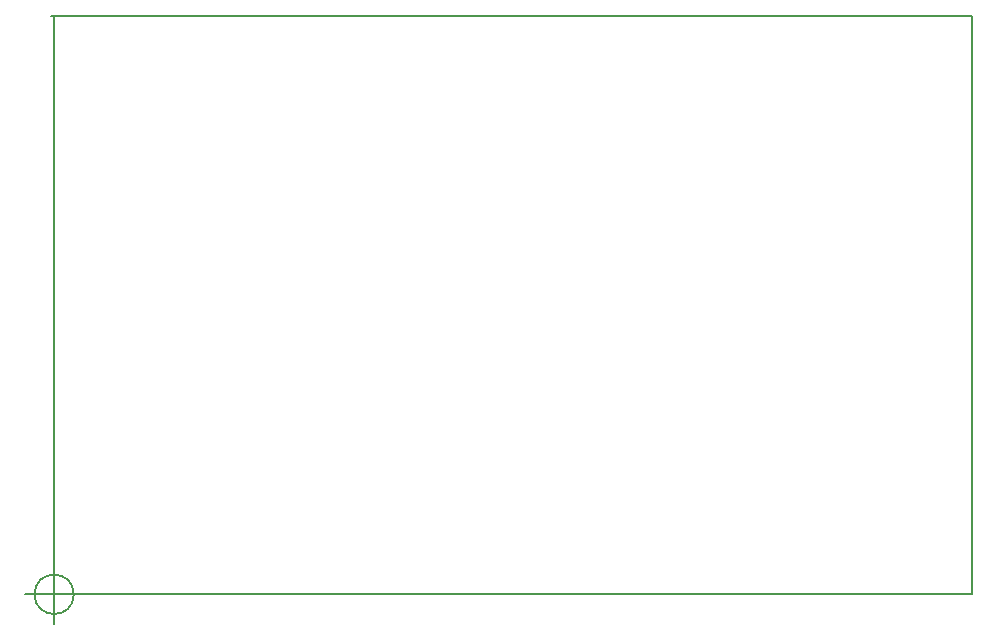
<source format=gbr>
G04 #@! TF.GenerationSoftware,KiCad,Pcbnew,(2017-06-12 revision 8590a2299)-makepkg*
G04 #@! TF.CreationDate,2017-08-12T17:51:50+02:00*
G04 #@! TF.ProjectId,Small psu,536D616C6C207073752E6B696361645F,B*
G04 #@! TF.FileFunction,Profile,NP*
%FSLAX46Y46*%
G04 Gerber Fmt 4.6, Leading zero omitted, Abs format (unit mm)*
G04 Created by KiCad (PCBNEW (2017-06-12 revision 8590a2299)-makepkg) date 08/12/17 17:51:50*
%MOMM*%
%LPD*%
G01*
G04 APERTURE LIST*
%ADD10C,0.100000*%
%ADD11C,0.150000*%
G04 APERTURE END LIST*
D10*
D11*
X1666666Y0D02*
G75*
G03X1666666Y0I-1666666J0D01*
G01*
X-2500000Y0D02*
X2500000Y0D01*
X0Y2500000D02*
X0Y-2500000D01*
X0Y49000000D02*
X0Y49000000D01*
X0Y0D02*
X0Y49000000D01*
X77750000Y0D02*
X0Y0D01*
X77750000Y49000000D02*
X77750000Y0D01*
X-250000Y49000000D02*
X77750000Y49000000D01*
M02*

</source>
